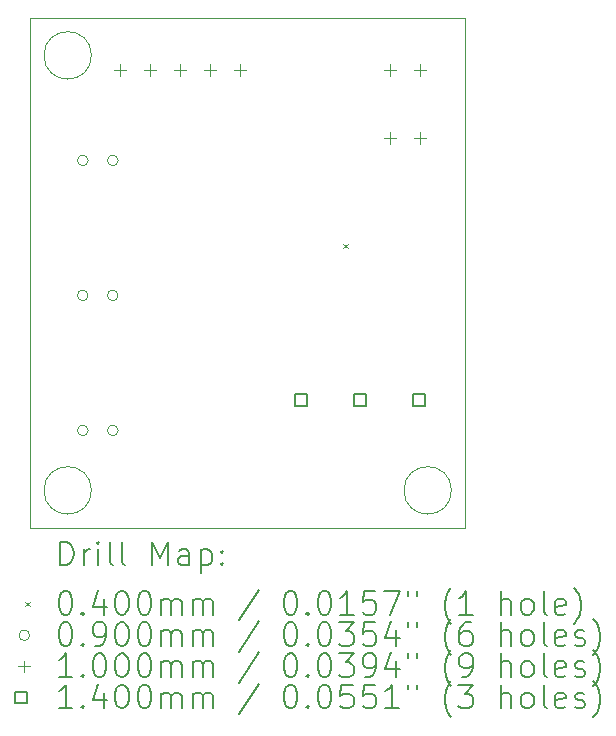
<source format=gbr>
%TF.GenerationSoftware,KiCad,Pcbnew,(6.0.9)*%
%TF.CreationDate,2023-08-13T20:05:29-07:00*%
%TF.ProjectId,LED_and_Switch_board,4c45445f-616e-4645-9f53-77697463685f,rev?*%
%TF.SameCoordinates,Original*%
%TF.FileFunction,Drillmap*%
%TF.FilePolarity,Positive*%
%FSLAX45Y45*%
G04 Gerber Fmt 4.5, Leading zero omitted, Abs format (unit mm)*
G04 Created by KiCad (PCBNEW (6.0.9)) date 2023-08-13 20:05:29*
%MOMM*%
%LPD*%
G01*
G04 APERTURE LIST*
%ADD10C,0.100000*%
%ADD11C,0.200000*%
%ADD12C,0.040000*%
%ADD13C,0.090000*%
%ADD14C,0.140000*%
G04 APERTURE END LIST*
D10*
X16075805Y-12192000D02*
G75*
G03*
X16075805Y-12192000I-200805J0D01*
G01*
X13027805Y-12192000D02*
G75*
G03*
X13027805Y-12192000I-200805J0D01*
G01*
X13027805Y-8509000D02*
G75*
G03*
X13027805Y-8509000I-200805J0D01*
G01*
X16192500Y-12509500D02*
X12509500Y-12509500D01*
X16192500Y-8191500D02*
X16192500Y-12509500D01*
X12509500Y-8191500D02*
X16192500Y-8191500D01*
X12509500Y-12509500D02*
X12509500Y-8191500D01*
D11*
D12*
X15156500Y-10103550D02*
X15196500Y-10143550D01*
X15196500Y-10103550D02*
X15156500Y-10143550D01*
D13*
X12999000Y-10541000D02*
G75*
G03*
X12999000Y-10541000I-45000J0D01*
G01*
X12999500Y-9398000D02*
G75*
G03*
X12999500Y-9398000I-45000J0D01*
G01*
X12999500Y-11684000D02*
G75*
G03*
X12999500Y-11684000I-45000J0D01*
G01*
X13253000Y-10541000D02*
G75*
G03*
X13253000Y-10541000I-45000J0D01*
G01*
X13253500Y-9398000D02*
G75*
G03*
X13253500Y-9398000I-45000J0D01*
G01*
X13253500Y-11684000D02*
G75*
G03*
X13253500Y-11684000I-45000J0D01*
G01*
D10*
X13272000Y-8586000D02*
X13272000Y-8686000D01*
X13222000Y-8636000D02*
X13322000Y-8636000D01*
X13526000Y-8586000D02*
X13526000Y-8686000D01*
X13476000Y-8636000D02*
X13576000Y-8636000D01*
X13780000Y-8586000D02*
X13780000Y-8686000D01*
X13730000Y-8636000D02*
X13830000Y-8636000D01*
X14034000Y-8586000D02*
X14034000Y-8686000D01*
X13984000Y-8636000D02*
X14084000Y-8636000D01*
X14288000Y-8586000D02*
X14288000Y-8686000D01*
X14238000Y-8636000D02*
X14338000Y-8636000D01*
X15557500Y-8586000D02*
X15557500Y-8686000D01*
X15507500Y-8636000D02*
X15607500Y-8636000D01*
X15557500Y-9157500D02*
X15557500Y-9257500D01*
X15507500Y-9207500D02*
X15607500Y-9207500D01*
X15811500Y-8586000D02*
X15811500Y-8686000D01*
X15761500Y-8636000D02*
X15861500Y-8636000D01*
X15811500Y-9157500D02*
X15811500Y-9257500D01*
X15761500Y-9207500D02*
X15861500Y-9207500D01*
D14*
X14852998Y-11477498D02*
X14852998Y-11378502D01*
X14754002Y-11378502D01*
X14754002Y-11477498D01*
X14852998Y-11477498D01*
X15352998Y-11477498D02*
X15352998Y-11378502D01*
X15254002Y-11378502D01*
X15254002Y-11477498D01*
X15352998Y-11477498D01*
X15852998Y-11477498D02*
X15852998Y-11378502D01*
X15754002Y-11378502D01*
X15754002Y-11477498D01*
X15852998Y-11477498D01*
D11*
X12762119Y-12824976D02*
X12762119Y-12624976D01*
X12809738Y-12624976D01*
X12838309Y-12634500D01*
X12857357Y-12653548D01*
X12866881Y-12672595D01*
X12876405Y-12710690D01*
X12876405Y-12739262D01*
X12866881Y-12777357D01*
X12857357Y-12796405D01*
X12838309Y-12815452D01*
X12809738Y-12824976D01*
X12762119Y-12824976D01*
X12962119Y-12824976D02*
X12962119Y-12691643D01*
X12962119Y-12729738D02*
X12971643Y-12710690D01*
X12981167Y-12701167D01*
X13000214Y-12691643D01*
X13019262Y-12691643D01*
X13085928Y-12824976D02*
X13085928Y-12691643D01*
X13085928Y-12624976D02*
X13076405Y-12634500D01*
X13085928Y-12644024D01*
X13095452Y-12634500D01*
X13085928Y-12624976D01*
X13085928Y-12644024D01*
X13209738Y-12824976D02*
X13190690Y-12815452D01*
X13181167Y-12796405D01*
X13181167Y-12624976D01*
X13314500Y-12824976D02*
X13295452Y-12815452D01*
X13285928Y-12796405D01*
X13285928Y-12624976D01*
X13543071Y-12824976D02*
X13543071Y-12624976D01*
X13609738Y-12767833D01*
X13676405Y-12624976D01*
X13676405Y-12824976D01*
X13857357Y-12824976D02*
X13857357Y-12720214D01*
X13847833Y-12701167D01*
X13828786Y-12691643D01*
X13790690Y-12691643D01*
X13771643Y-12701167D01*
X13857357Y-12815452D02*
X13838309Y-12824976D01*
X13790690Y-12824976D01*
X13771643Y-12815452D01*
X13762119Y-12796405D01*
X13762119Y-12777357D01*
X13771643Y-12758309D01*
X13790690Y-12748786D01*
X13838309Y-12748786D01*
X13857357Y-12739262D01*
X13952595Y-12691643D02*
X13952595Y-12891643D01*
X13952595Y-12701167D02*
X13971643Y-12691643D01*
X14009738Y-12691643D01*
X14028786Y-12701167D01*
X14038309Y-12710690D01*
X14047833Y-12729738D01*
X14047833Y-12786881D01*
X14038309Y-12805928D01*
X14028786Y-12815452D01*
X14009738Y-12824976D01*
X13971643Y-12824976D01*
X13952595Y-12815452D01*
X14133548Y-12805928D02*
X14143071Y-12815452D01*
X14133548Y-12824976D01*
X14124024Y-12815452D01*
X14133548Y-12805928D01*
X14133548Y-12824976D01*
X14133548Y-12701167D02*
X14143071Y-12710690D01*
X14133548Y-12720214D01*
X14124024Y-12710690D01*
X14133548Y-12701167D01*
X14133548Y-12720214D01*
D12*
X12464500Y-13134500D02*
X12504500Y-13174500D01*
X12504500Y-13134500D02*
X12464500Y-13174500D01*
D11*
X12800214Y-13044976D02*
X12819262Y-13044976D01*
X12838309Y-13054500D01*
X12847833Y-13064024D01*
X12857357Y-13083071D01*
X12866881Y-13121167D01*
X12866881Y-13168786D01*
X12857357Y-13206881D01*
X12847833Y-13225928D01*
X12838309Y-13235452D01*
X12819262Y-13244976D01*
X12800214Y-13244976D01*
X12781167Y-13235452D01*
X12771643Y-13225928D01*
X12762119Y-13206881D01*
X12752595Y-13168786D01*
X12752595Y-13121167D01*
X12762119Y-13083071D01*
X12771643Y-13064024D01*
X12781167Y-13054500D01*
X12800214Y-13044976D01*
X12952595Y-13225928D02*
X12962119Y-13235452D01*
X12952595Y-13244976D01*
X12943071Y-13235452D01*
X12952595Y-13225928D01*
X12952595Y-13244976D01*
X13133548Y-13111643D02*
X13133548Y-13244976D01*
X13085928Y-13035452D02*
X13038309Y-13178309D01*
X13162119Y-13178309D01*
X13276405Y-13044976D02*
X13295452Y-13044976D01*
X13314500Y-13054500D01*
X13324024Y-13064024D01*
X13333548Y-13083071D01*
X13343071Y-13121167D01*
X13343071Y-13168786D01*
X13333548Y-13206881D01*
X13324024Y-13225928D01*
X13314500Y-13235452D01*
X13295452Y-13244976D01*
X13276405Y-13244976D01*
X13257357Y-13235452D01*
X13247833Y-13225928D01*
X13238309Y-13206881D01*
X13228786Y-13168786D01*
X13228786Y-13121167D01*
X13238309Y-13083071D01*
X13247833Y-13064024D01*
X13257357Y-13054500D01*
X13276405Y-13044976D01*
X13466881Y-13044976D02*
X13485928Y-13044976D01*
X13504976Y-13054500D01*
X13514500Y-13064024D01*
X13524024Y-13083071D01*
X13533548Y-13121167D01*
X13533548Y-13168786D01*
X13524024Y-13206881D01*
X13514500Y-13225928D01*
X13504976Y-13235452D01*
X13485928Y-13244976D01*
X13466881Y-13244976D01*
X13447833Y-13235452D01*
X13438309Y-13225928D01*
X13428786Y-13206881D01*
X13419262Y-13168786D01*
X13419262Y-13121167D01*
X13428786Y-13083071D01*
X13438309Y-13064024D01*
X13447833Y-13054500D01*
X13466881Y-13044976D01*
X13619262Y-13244976D02*
X13619262Y-13111643D01*
X13619262Y-13130690D02*
X13628786Y-13121167D01*
X13647833Y-13111643D01*
X13676405Y-13111643D01*
X13695452Y-13121167D01*
X13704976Y-13140214D01*
X13704976Y-13244976D01*
X13704976Y-13140214D02*
X13714500Y-13121167D01*
X13733548Y-13111643D01*
X13762119Y-13111643D01*
X13781167Y-13121167D01*
X13790690Y-13140214D01*
X13790690Y-13244976D01*
X13885928Y-13244976D02*
X13885928Y-13111643D01*
X13885928Y-13130690D02*
X13895452Y-13121167D01*
X13914500Y-13111643D01*
X13943071Y-13111643D01*
X13962119Y-13121167D01*
X13971643Y-13140214D01*
X13971643Y-13244976D01*
X13971643Y-13140214D02*
X13981167Y-13121167D01*
X14000214Y-13111643D01*
X14028786Y-13111643D01*
X14047833Y-13121167D01*
X14057357Y-13140214D01*
X14057357Y-13244976D01*
X14447833Y-13035452D02*
X14276405Y-13292595D01*
X14704976Y-13044976D02*
X14724024Y-13044976D01*
X14743071Y-13054500D01*
X14752595Y-13064024D01*
X14762119Y-13083071D01*
X14771643Y-13121167D01*
X14771643Y-13168786D01*
X14762119Y-13206881D01*
X14752595Y-13225928D01*
X14743071Y-13235452D01*
X14724024Y-13244976D01*
X14704976Y-13244976D01*
X14685928Y-13235452D01*
X14676405Y-13225928D01*
X14666881Y-13206881D01*
X14657357Y-13168786D01*
X14657357Y-13121167D01*
X14666881Y-13083071D01*
X14676405Y-13064024D01*
X14685928Y-13054500D01*
X14704976Y-13044976D01*
X14857357Y-13225928D02*
X14866881Y-13235452D01*
X14857357Y-13244976D01*
X14847833Y-13235452D01*
X14857357Y-13225928D01*
X14857357Y-13244976D01*
X14990690Y-13044976D02*
X15009738Y-13044976D01*
X15028786Y-13054500D01*
X15038309Y-13064024D01*
X15047833Y-13083071D01*
X15057357Y-13121167D01*
X15057357Y-13168786D01*
X15047833Y-13206881D01*
X15038309Y-13225928D01*
X15028786Y-13235452D01*
X15009738Y-13244976D01*
X14990690Y-13244976D01*
X14971643Y-13235452D01*
X14962119Y-13225928D01*
X14952595Y-13206881D01*
X14943071Y-13168786D01*
X14943071Y-13121167D01*
X14952595Y-13083071D01*
X14962119Y-13064024D01*
X14971643Y-13054500D01*
X14990690Y-13044976D01*
X15247833Y-13244976D02*
X15133548Y-13244976D01*
X15190690Y-13244976D02*
X15190690Y-13044976D01*
X15171643Y-13073548D01*
X15152595Y-13092595D01*
X15133548Y-13102119D01*
X15428786Y-13044976D02*
X15333548Y-13044976D01*
X15324024Y-13140214D01*
X15333548Y-13130690D01*
X15352595Y-13121167D01*
X15400214Y-13121167D01*
X15419262Y-13130690D01*
X15428786Y-13140214D01*
X15438309Y-13159262D01*
X15438309Y-13206881D01*
X15428786Y-13225928D01*
X15419262Y-13235452D01*
X15400214Y-13244976D01*
X15352595Y-13244976D01*
X15333548Y-13235452D01*
X15324024Y-13225928D01*
X15504976Y-13044976D02*
X15638309Y-13044976D01*
X15552595Y-13244976D01*
X15704976Y-13044976D02*
X15704976Y-13083071D01*
X15781167Y-13044976D02*
X15781167Y-13083071D01*
X16076405Y-13321167D02*
X16066881Y-13311643D01*
X16047833Y-13283071D01*
X16038309Y-13264024D01*
X16028786Y-13235452D01*
X16019262Y-13187833D01*
X16019262Y-13149738D01*
X16028786Y-13102119D01*
X16038309Y-13073548D01*
X16047833Y-13054500D01*
X16066881Y-13025928D01*
X16076405Y-13016405D01*
X16257357Y-13244976D02*
X16143071Y-13244976D01*
X16200214Y-13244976D02*
X16200214Y-13044976D01*
X16181167Y-13073548D01*
X16162119Y-13092595D01*
X16143071Y-13102119D01*
X16495452Y-13244976D02*
X16495452Y-13044976D01*
X16581167Y-13244976D02*
X16581167Y-13140214D01*
X16571643Y-13121167D01*
X16552595Y-13111643D01*
X16524024Y-13111643D01*
X16504976Y-13121167D01*
X16495452Y-13130690D01*
X16704976Y-13244976D02*
X16685928Y-13235452D01*
X16676405Y-13225928D01*
X16666881Y-13206881D01*
X16666881Y-13149738D01*
X16676405Y-13130690D01*
X16685928Y-13121167D01*
X16704976Y-13111643D01*
X16733548Y-13111643D01*
X16752595Y-13121167D01*
X16762119Y-13130690D01*
X16771643Y-13149738D01*
X16771643Y-13206881D01*
X16762119Y-13225928D01*
X16752595Y-13235452D01*
X16733548Y-13244976D01*
X16704976Y-13244976D01*
X16885929Y-13244976D02*
X16866881Y-13235452D01*
X16857357Y-13216405D01*
X16857357Y-13044976D01*
X17038310Y-13235452D02*
X17019262Y-13244976D01*
X16981167Y-13244976D01*
X16962119Y-13235452D01*
X16952595Y-13216405D01*
X16952595Y-13140214D01*
X16962119Y-13121167D01*
X16981167Y-13111643D01*
X17019262Y-13111643D01*
X17038310Y-13121167D01*
X17047833Y-13140214D01*
X17047833Y-13159262D01*
X16952595Y-13178309D01*
X17114500Y-13321167D02*
X17124024Y-13311643D01*
X17143071Y-13283071D01*
X17152595Y-13264024D01*
X17162119Y-13235452D01*
X17171643Y-13187833D01*
X17171643Y-13149738D01*
X17162119Y-13102119D01*
X17152595Y-13073548D01*
X17143071Y-13054500D01*
X17124024Y-13025928D01*
X17114500Y-13016405D01*
D13*
X12504500Y-13418500D02*
G75*
G03*
X12504500Y-13418500I-45000J0D01*
G01*
D11*
X12800214Y-13308976D02*
X12819262Y-13308976D01*
X12838309Y-13318500D01*
X12847833Y-13328024D01*
X12857357Y-13347071D01*
X12866881Y-13385167D01*
X12866881Y-13432786D01*
X12857357Y-13470881D01*
X12847833Y-13489928D01*
X12838309Y-13499452D01*
X12819262Y-13508976D01*
X12800214Y-13508976D01*
X12781167Y-13499452D01*
X12771643Y-13489928D01*
X12762119Y-13470881D01*
X12752595Y-13432786D01*
X12752595Y-13385167D01*
X12762119Y-13347071D01*
X12771643Y-13328024D01*
X12781167Y-13318500D01*
X12800214Y-13308976D01*
X12952595Y-13489928D02*
X12962119Y-13499452D01*
X12952595Y-13508976D01*
X12943071Y-13499452D01*
X12952595Y-13489928D01*
X12952595Y-13508976D01*
X13057357Y-13508976D02*
X13095452Y-13508976D01*
X13114500Y-13499452D01*
X13124024Y-13489928D01*
X13143071Y-13461357D01*
X13152595Y-13423262D01*
X13152595Y-13347071D01*
X13143071Y-13328024D01*
X13133548Y-13318500D01*
X13114500Y-13308976D01*
X13076405Y-13308976D01*
X13057357Y-13318500D01*
X13047833Y-13328024D01*
X13038309Y-13347071D01*
X13038309Y-13394690D01*
X13047833Y-13413738D01*
X13057357Y-13423262D01*
X13076405Y-13432786D01*
X13114500Y-13432786D01*
X13133548Y-13423262D01*
X13143071Y-13413738D01*
X13152595Y-13394690D01*
X13276405Y-13308976D02*
X13295452Y-13308976D01*
X13314500Y-13318500D01*
X13324024Y-13328024D01*
X13333548Y-13347071D01*
X13343071Y-13385167D01*
X13343071Y-13432786D01*
X13333548Y-13470881D01*
X13324024Y-13489928D01*
X13314500Y-13499452D01*
X13295452Y-13508976D01*
X13276405Y-13508976D01*
X13257357Y-13499452D01*
X13247833Y-13489928D01*
X13238309Y-13470881D01*
X13228786Y-13432786D01*
X13228786Y-13385167D01*
X13238309Y-13347071D01*
X13247833Y-13328024D01*
X13257357Y-13318500D01*
X13276405Y-13308976D01*
X13466881Y-13308976D02*
X13485928Y-13308976D01*
X13504976Y-13318500D01*
X13514500Y-13328024D01*
X13524024Y-13347071D01*
X13533548Y-13385167D01*
X13533548Y-13432786D01*
X13524024Y-13470881D01*
X13514500Y-13489928D01*
X13504976Y-13499452D01*
X13485928Y-13508976D01*
X13466881Y-13508976D01*
X13447833Y-13499452D01*
X13438309Y-13489928D01*
X13428786Y-13470881D01*
X13419262Y-13432786D01*
X13419262Y-13385167D01*
X13428786Y-13347071D01*
X13438309Y-13328024D01*
X13447833Y-13318500D01*
X13466881Y-13308976D01*
X13619262Y-13508976D02*
X13619262Y-13375643D01*
X13619262Y-13394690D02*
X13628786Y-13385167D01*
X13647833Y-13375643D01*
X13676405Y-13375643D01*
X13695452Y-13385167D01*
X13704976Y-13404214D01*
X13704976Y-13508976D01*
X13704976Y-13404214D02*
X13714500Y-13385167D01*
X13733548Y-13375643D01*
X13762119Y-13375643D01*
X13781167Y-13385167D01*
X13790690Y-13404214D01*
X13790690Y-13508976D01*
X13885928Y-13508976D02*
X13885928Y-13375643D01*
X13885928Y-13394690D02*
X13895452Y-13385167D01*
X13914500Y-13375643D01*
X13943071Y-13375643D01*
X13962119Y-13385167D01*
X13971643Y-13404214D01*
X13971643Y-13508976D01*
X13971643Y-13404214D02*
X13981167Y-13385167D01*
X14000214Y-13375643D01*
X14028786Y-13375643D01*
X14047833Y-13385167D01*
X14057357Y-13404214D01*
X14057357Y-13508976D01*
X14447833Y-13299452D02*
X14276405Y-13556595D01*
X14704976Y-13308976D02*
X14724024Y-13308976D01*
X14743071Y-13318500D01*
X14752595Y-13328024D01*
X14762119Y-13347071D01*
X14771643Y-13385167D01*
X14771643Y-13432786D01*
X14762119Y-13470881D01*
X14752595Y-13489928D01*
X14743071Y-13499452D01*
X14724024Y-13508976D01*
X14704976Y-13508976D01*
X14685928Y-13499452D01*
X14676405Y-13489928D01*
X14666881Y-13470881D01*
X14657357Y-13432786D01*
X14657357Y-13385167D01*
X14666881Y-13347071D01*
X14676405Y-13328024D01*
X14685928Y-13318500D01*
X14704976Y-13308976D01*
X14857357Y-13489928D02*
X14866881Y-13499452D01*
X14857357Y-13508976D01*
X14847833Y-13499452D01*
X14857357Y-13489928D01*
X14857357Y-13508976D01*
X14990690Y-13308976D02*
X15009738Y-13308976D01*
X15028786Y-13318500D01*
X15038309Y-13328024D01*
X15047833Y-13347071D01*
X15057357Y-13385167D01*
X15057357Y-13432786D01*
X15047833Y-13470881D01*
X15038309Y-13489928D01*
X15028786Y-13499452D01*
X15009738Y-13508976D01*
X14990690Y-13508976D01*
X14971643Y-13499452D01*
X14962119Y-13489928D01*
X14952595Y-13470881D01*
X14943071Y-13432786D01*
X14943071Y-13385167D01*
X14952595Y-13347071D01*
X14962119Y-13328024D01*
X14971643Y-13318500D01*
X14990690Y-13308976D01*
X15124024Y-13308976D02*
X15247833Y-13308976D01*
X15181167Y-13385167D01*
X15209738Y-13385167D01*
X15228786Y-13394690D01*
X15238309Y-13404214D01*
X15247833Y-13423262D01*
X15247833Y-13470881D01*
X15238309Y-13489928D01*
X15228786Y-13499452D01*
X15209738Y-13508976D01*
X15152595Y-13508976D01*
X15133548Y-13499452D01*
X15124024Y-13489928D01*
X15428786Y-13308976D02*
X15333548Y-13308976D01*
X15324024Y-13404214D01*
X15333548Y-13394690D01*
X15352595Y-13385167D01*
X15400214Y-13385167D01*
X15419262Y-13394690D01*
X15428786Y-13404214D01*
X15438309Y-13423262D01*
X15438309Y-13470881D01*
X15428786Y-13489928D01*
X15419262Y-13499452D01*
X15400214Y-13508976D01*
X15352595Y-13508976D01*
X15333548Y-13499452D01*
X15324024Y-13489928D01*
X15609738Y-13375643D02*
X15609738Y-13508976D01*
X15562119Y-13299452D02*
X15514500Y-13442309D01*
X15638309Y-13442309D01*
X15704976Y-13308976D02*
X15704976Y-13347071D01*
X15781167Y-13308976D02*
X15781167Y-13347071D01*
X16076405Y-13585167D02*
X16066881Y-13575643D01*
X16047833Y-13547071D01*
X16038309Y-13528024D01*
X16028786Y-13499452D01*
X16019262Y-13451833D01*
X16019262Y-13413738D01*
X16028786Y-13366119D01*
X16038309Y-13337548D01*
X16047833Y-13318500D01*
X16066881Y-13289928D01*
X16076405Y-13280405D01*
X16238309Y-13308976D02*
X16200214Y-13308976D01*
X16181167Y-13318500D01*
X16171643Y-13328024D01*
X16152595Y-13356595D01*
X16143071Y-13394690D01*
X16143071Y-13470881D01*
X16152595Y-13489928D01*
X16162119Y-13499452D01*
X16181167Y-13508976D01*
X16219262Y-13508976D01*
X16238309Y-13499452D01*
X16247833Y-13489928D01*
X16257357Y-13470881D01*
X16257357Y-13423262D01*
X16247833Y-13404214D01*
X16238309Y-13394690D01*
X16219262Y-13385167D01*
X16181167Y-13385167D01*
X16162119Y-13394690D01*
X16152595Y-13404214D01*
X16143071Y-13423262D01*
X16495452Y-13508976D02*
X16495452Y-13308976D01*
X16581167Y-13508976D02*
X16581167Y-13404214D01*
X16571643Y-13385167D01*
X16552595Y-13375643D01*
X16524024Y-13375643D01*
X16504976Y-13385167D01*
X16495452Y-13394690D01*
X16704976Y-13508976D02*
X16685928Y-13499452D01*
X16676405Y-13489928D01*
X16666881Y-13470881D01*
X16666881Y-13413738D01*
X16676405Y-13394690D01*
X16685928Y-13385167D01*
X16704976Y-13375643D01*
X16733548Y-13375643D01*
X16752595Y-13385167D01*
X16762119Y-13394690D01*
X16771643Y-13413738D01*
X16771643Y-13470881D01*
X16762119Y-13489928D01*
X16752595Y-13499452D01*
X16733548Y-13508976D01*
X16704976Y-13508976D01*
X16885929Y-13508976D02*
X16866881Y-13499452D01*
X16857357Y-13480405D01*
X16857357Y-13308976D01*
X17038310Y-13499452D02*
X17019262Y-13508976D01*
X16981167Y-13508976D01*
X16962119Y-13499452D01*
X16952595Y-13480405D01*
X16952595Y-13404214D01*
X16962119Y-13385167D01*
X16981167Y-13375643D01*
X17019262Y-13375643D01*
X17038310Y-13385167D01*
X17047833Y-13404214D01*
X17047833Y-13423262D01*
X16952595Y-13442309D01*
X17124024Y-13499452D02*
X17143071Y-13508976D01*
X17181167Y-13508976D01*
X17200214Y-13499452D01*
X17209738Y-13480405D01*
X17209738Y-13470881D01*
X17200214Y-13451833D01*
X17181167Y-13442309D01*
X17152595Y-13442309D01*
X17133548Y-13432786D01*
X17124024Y-13413738D01*
X17124024Y-13404214D01*
X17133548Y-13385167D01*
X17152595Y-13375643D01*
X17181167Y-13375643D01*
X17200214Y-13385167D01*
X17276405Y-13585167D02*
X17285929Y-13575643D01*
X17304976Y-13547071D01*
X17314500Y-13528024D01*
X17324024Y-13499452D01*
X17333548Y-13451833D01*
X17333548Y-13413738D01*
X17324024Y-13366119D01*
X17314500Y-13337548D01*
X17304976Y-13318500D01*
X17285929Y-13289928D01*
X17276405Y-13280405D01*
D10*
X12454500Y-13632500D02*
X12454500Y-13732500D01*
X12404500Y-13682500D02*
X12504500Y-13682500D01*
D11*
X12866881Y-13772976D02*
X12752595Y-13772976D01*
X12809738Y-13772976D02*
X12809738Y-13572976D01*
X12790690Y-13601548D01*
X12771643Y-13620595D01*
X12752595Y-13630119D01*
X12952595Y-13753928D02*
X12962119Y-13763452D01*
X12952595Y-13772976D01*
X12943071Y-13763452D01*
X12952595Y-13753928D01*
X12952595Y-13772976D01*
X13085928Y-13572976D02*
X13104976Y-13572976D01*
X13124024Y-13582500D01*
X13133548Y-13592024D01*
X13143071Y-13611071D01*
X13152595Y-13649167D01*
X13152595Y-13696786D01*
X13143071Y-13734881D01*
X13133548Y-13753928D01*
X13124024Y-13763452D01*
X13104976Y-13772976D01*
X13085928Y-13772976D01*
X13066881Y-13763452D01*
X13057357Y-13753928D01*
X13047833Y-13734881D01*
X13038309Y-13696786D01*
X13038309Y-13649167D01*
X13047833Y-13611071D01*
X13057357Y-13592024D01*
X13066881Y-13582500D01*
X13085928Y-13572976D01*
X13276405Y-13572976D02*
X13295452Y-13572976D01*
X13314500Y-13582500D01*
X13324024Y-13592024D01*
X13333548Y-13611071D01*
X13343071Y-13649167D01*
X13343071Y-13696786D01*
X13333548Y-13734881D01*
X13324024Y-13753928D01*
X13314500Y-13763452D01*
X13295452Y-13772976D01*
X13276405Y-13772976D01*
X13257357Y-13763452D01*
X13247833Y-13753928D01*
X13238309Y-13734881D01*
X13228786Y-13696786D01*
X13228786Y-13649167D01*
X13238309Y-13611071D01*
X13247833Y-13592024D01*
X13257357Y-13582500D01*
X13276405Y-13572976D01*
X13466881Y-13572976D02*
X13485928Y-13572976D01*
X13504976Y-13582500D01*
X13514500Y-13592024D01*
X13524024Y-13611071D01*
X13533548Y-13649167D01*
X13533548Y-13696786D01*
X13524024Y-13734881D01*
X13514500Y-13753928D01*
X13504976Y-13763452D01*
X13485928Y-13772976D01*
X13466881Y-13772976D01*
X13447833Y-13763452D01*
X13438309Y-13753928D01*
X13428786Y-13734881D01*
X13419262Y-13696786D01*
X13419262Y-13649167D01*
X13428786Y-13611071D01*
X13438309Y-13592024D01*
X13447833Y-13582500D01*
X13466881Y-13572976D01*
X13619262Y-13772976D02*
X13619262Y-13639643D01*
X13619262Y-13658690D02*
X13628786Y-13649167D01*
X13647833Y-13639643D01*
X13676405Y-13639643D01*
X13695452Y-13649167D01*
X13704976Y-13668214D01*
X13704976Y-13772976D01*
X13704976Y-13668214D02*
X13714500Y-13649167D01*
X13733548Y-13639643D01*
X13762119Y-13639643D01*
X13781167Y-13649167D01*
X13790690Y-13668214D01*
X13790690Y-13772976D01*
X13885928Y-13772976D02*
X13885928Y-13639643D01*
X13885928Y-13658690D02*
X13895452Y-13649167D01*
X13914500Y-13639643D01*
X13943071Y-13639643D01*
X13962119Y-13649167D01*
X13971643Y-13668214D01*
X13971643Y-13772976D01*
X13971643Y-13668214D02*
X13981167Y-13649167D01*
X14000214Y-13639643D01*
X14028786Y-13639643D01*
X14047833Y-13649167D01*
X14057357Y-13668214D01*
X14057357Y-13772976D01*
X14447833Y-13563452D02*
X14276405Y-13820595D01*
X14704976Y-13572976D02*
X14724024Y-13572976D01*
X14743071Y-13582500D01*
X14752595Y-13592024D01*
X14762119Y-13611071D01*
X14771643Y-13649167D01*
X14771643Y-13696786D01*
X14762119Y-13734881D01*
X14752595Y-13753928D01*
X14743071Y-13763452D01*
X14724024Y-13772976D01*
X14704976Y-13772976D01*
X14685928Y-13763452D01*
X14676405Y-13753928D01*
X14666881Y-13734881D01*
X14657357Y-13696786D01*
X14657357Y-13649167D01*
X14666881Y-13611071D01*
X14676405Y-13592024D01*
X14685928Y-13582500D01*
X14704976Y-13572976D01*
X14857357Y-13753928D02*
X14866881Y-13763452D01*
X14857357Y-13772976D01*
X14847833Y-13763452D01*
X14857357Y-13753928D01*
X14857357Y-13772976D01*
X14990690Y-13572976D02*
X15009738Y-13572976D01*
X15028786Y-13582500D01*
X15038309Y-13592024D01*
X15047833Y-13611071D01*
X15057357Y-13649167D01*
X15057357Y-13696786D01*
X15047833Y-13734881D01*
X15038309Y-13753928D01*
X15028786Y-13763452D01*
X15009738Y-13772976D01*
X14990690Y-13772976D01*
X14971643Y-13763452D01*
X14962119Y-13753928D01*
X14952595Y-13734881D01*
X14943071Y-13696786D01*
X14943071Y-13649167D01*
X14952595Y-13611071D01*
X14962119Y-13592024D01*
X14971643Y-13582500D01*
X14990690Y-13572976D01*
X15124024Y-13572976D02*
X15247833Y-13572976D01*
X15181167Y-13649167D01*
X15209738Y-13649167D01*
X15228786Y-13658690D01*
X15238309Y-13668214D01*
X15247833Y-13687262D01*
X15247833Y-13734881D01*
X15238309Y-13753928D01*
X15228786Y-13763452D01*
X15209738Y-13772976D01*
X15152595Y-13772976D01*
X15133548Y-13763452D01*
X15124024Y-13753928D01*
X15343071Y-13772976D02*
X15381167Y-13772976D01*
X15400214Y-13763452D01*
X15409738Y-13753928D01*
X15428786Y-13725357D01*
X15438309Y-13687262D01*
X15438309Y-13611071D01*
X15428786Y-13592024D01*
X15419262Y-13582500D01*
X15400214Y-13572976D01*
X15362119Y-13572976D01*
X15343071Y-13582500D01*
X15333548Y-13592024D01*
X15324024Y-13611071D01*
X15324024Y-13658690D01*
X15333548Y-13677738D01*
X15343071Y-13687262D01*
X15362119Y-13696786D01*
X15400214Y-13696786D01*
X15419262Y-13687262D01*
X15428786Y-13677738D01*
X15438309Y-13658690D01*
X15609738Y-13639643D02*
X15609738Y-13772976D01*
X15562119Y-13563452D02*
X15514500Y-13706309D01*
X15638309Y-13706309D01*
X15704976Y-13572976D02*
X15704976Y-13611071D01*
X15781167Y-13572976D02*
X15781167Y-13611071D01*
X16076405Y-13849167D02*
X16066881Y-13839643D01*
X16047833Y-13811071D01*
X16038309Y-13792024D01*
X16028786Y-13763452D01*
X16019262Y-13715833D01*
X16019262Y-13677738D01*
X16028786Y-13630119D01*
X16038309Y-13601548D01*
X16047833Y-13582500D01*
X16066881Y-13553928D01*
X16076405Y-13544405D01*
X16162119Y-13772976D02*
X16200214Y-13772976D01*
X16219262Y-13763452D01*
X16228786Y-13753928D01*
X16247833Y-13725357D01*
X16257357Y-13687262D01*
X16257357Y-13611071D01*
X16247833Y-13592024D01*
X16238309Y-13582500D01*
X16219262Y-13572976D01*
X16181167Y-13572976D01*
X16162119Y-13582500D01*
X16152595Y-13592024D01*
X16143071Y-13611071D01*
X16143071Y-13658690D01*
X16152595Y-13677738D01*
X16162119Y-13687262D01*
X16181167Y-13696786D01*
X16219262Y-13696786D01*
X16238309Y-13687262D01*
X16247833Y-13677738D01*
X16257357Y-13658690D01*
X16495452Y-13772976D02*
X16495452Y-13572976D01*
X16581167Y-13772976D02*
X16581167Y-13668214D01*
X16571643Y-13649167D01*
X16552595Y-13639643D01*
X16524024Y-13639643D01*
X16504976Y-13649167D01*
X16495452Y-13658690D01*
X16704976Y-13772976D02*
X16685928Y-13763452D01*
X16676405Y-13753928D01*
X16666881Y-13734881D01*
X16666881Y-13677738D01*
X16676405Y-13658690D01*
X16685928Y-13649167D01*
X16704976Y-13639643D01*
X16733548Y-13639643D01*
X16752595Y-13649167D01*
X16762119Y-13658690D01*
X16771643Y-13677738D01*
X16771643Y-13734881D01*
X16762119Y-13753928D01*
X16752595Y-13763452D01*
X16733548Y-13772976D01*
X16704976Y-13772976D01*
X16885929Y-13772976D02*
X16866881Y-13763452D01*
X16857357Y-13744405D01*
X16857357Y-13572976D01*
X17038310Y-13763452D02*
X17019262Y-13772976D01*
X16981167Y-13772976D01*
X16962119Y-13763452D01*
X16952595Y-13744405D01*
X16952595Y-13668214D01*
X16962119Y-13649167D01*
X16981167Y-13639643D01*
X17019262Y-13639643D01*
X17038310Y-13649167D01*
X17047833Y-13668214D01*
X17047833Y-13687262D01*
X16952595Y-13706309D01*
X17124024Y-13763452D02*
X17143071Y-13772976D01*
X17181167Y-13772976D01*
X17200214Y-13763452D01*
X17209738Y-13744405D01*
X17209738Y-13734881D01*
X17200214Y-13715833D01*
X17181167Y-13706309D01*
X17152595Y-13706309D01*
X17133548Y-13696786D01*
X17124024Y-13677738D01*
X17124024Y-13668214D01*
X17133548Y-13649167D01*
X17152595Y-13639643D01*
X17181167Y-13639643D01*
X17200214Y-13649167D01*
X17276405Y-13849167D02*
X17285929Y-13839643D01*
X17304976Y-13811071D01*
X17314500Y-13792024D01*
X17324024Y-13763452D01*
X17333548Y-13715833D01*
X17333548Y-13677738D01*
X17324024Y-13630119D01*
X17314500Y-13601548D01*
X17304976Y-13582500D01*
X17285929Y-13553928D01*
X17276405Y-13544405D01*
D14*
X12483998Y-13995998D02*
X12483998Y-13897002D01*
X12385002Y-13897002D01*
X12385002Y-13995998D01*
X12483998Y-13995998D01*
D11*
X12866881Y-14036976D02*
X12752595Y-14036976D01*
X12809738Y-14036976D02*
X12809738Y-13836976D01*
X12790690Y-13865548D01*
X12771643Y-13884595D01*
X12752595Y-13894119D01*
X12952595Y-14017928D02*
X12962119Y-14027452D01*
X12952595Y-14036976D01*
X12943071Y-14027452D01*
X12952595Y-14017928D01*
X12952595Y-14036976D01*
X13133548Y-13903643D02*
X13133548Y-14036976D01*
X13085928Y-13827452D02*
X13038309Y-13970309D01*
X13162119Y-13970309D01*
X13276405Y-13836976D02*
X13295452Y-13836976D01*
X13314500Y-13846500D01*
X13324024Y-13856024D01*
X13333548Y-13875071D01*
X13343071Y-13913167D01*
X13343071Y-13960786D01*
X13333548Y-13998881D01*
X13324024Y-14017928D01*
X13314500Y-14027452D01*
X13295452Y-14036976D01*
X13276405Y-14036976D01*
X13257357Y-14027452D01*
X13247833Y-14017928D01*
X13238309Y-13998881D01*
X13228786Y-13960786D01*
X13228786Y-13913167D01*
X13238309Y-13875071D01*
X13247833Y-13856024D01*
X13257357Y-13846500D01*
X13276405Y-13836976D01*
X13466881Y-13836976D02*
X13485928Y-13836976D01*
X13504976Y-13846500D01*
X13514500Y-13856024D01*
X13524024Y-13875071D01*
X13533548Y-13913167D01*
X13533548Y-13960786D01*
X13524024Y-13998881D01*
X13514500Y-14017928D01*
X13504976Y-14027452D01*
X13485928Y-14036976D01*
X13466881Y-14036976D01*
X13447833Y-14027452D01*
X13438309Y-14017928D01*
X13428786Y-13998881D01*
X13419262Y-13960786D01*
X13419262Y-13913167D01*
X13428786Y-13875071D01*
X13438309Y-13856024D01*
X13447833Y-13846500D01*
X13466881Y-13836976D01*
X13619262Y-14036976D02*
X13619262Y-13903643D01*
X13619262Y-13922690D02*
X13628786Y-13913167D01*
X13647833Y-13903643D01*
X13676405Y-13903643D01*
X13695452Y-13913167D01*
X13704976Y-13932214D01*
X13704976Y-14036976D01*
X13704976Y-13932214D02*
X13714500Y-13913167D01*
X13733548Y-13903643D01*
X13762119Y-13903643D01*
X13781167Y-13913167D01*
X13790690Y-13932214D01*
X13790690Y-14036976D01*
X13885928Y-14036976D02*
X13885928Y-13903643D01*
X13885928Y-13922690D02*
X13895452Y-13913167D01*
X13914500Y-13903643D01*
X13943071Y-13903643D01*
X13962119Y-13913167D01*
X13971643Y-13932214D01*
X13971643Y-14036976D01*
X13971643Y-13932214D02*
X13981167Y-13913167D01*
X14000214Y-13903643D01*
X14028786Y-13903643D01*
X14047833Y-13913167D01*
X14057357Y-13932214D01*
X14057357Y-14036976D01*
X14447833Y-13827452D02*
X14276405Y-14084595D01*
X14704976Y-13836976D02*
X14724024Y-13836976D01*
X14743071Y-13846500D01*
X14752595Y-13856024D01*
X14762119Y-13875071D01*
X14771643Y-13913167D01*
X14771643Y-13960786D01*
X14762119Y-13998881D01*
X14752595Y-14017928D01*
X14743071Y-14027452D01*
X14724024Y-14036976D01*
X14704976Y-14036976D01*
X14685928Y-14027452D01*
X14676405Y-14017928D01*
X14666881Y-13998881D01*
X14657357Y-13960786D01*
X14657357Y-13913167D01*
X14666881Y-13875071D01*
X14676405Y-13856024D01*
X14685928Y-13846500D01*
X14704976Y-13836976D01*
X14857357Y-14017928D02*
X14866881Y-14027452D01*
X14857357Y-14036976D01*
X14847833Y-14027452D01*
X14857357Y-14017928D01*
X14857357Y-14036976D01*
X14990690Y-13836976D02*
X15009738Y-13836976D01*
X15028786Y-13846500D01*
X15038309Y-13856024D01*
X15047833Y-13875071D01*
X15057357Y-13913167D01*
X15057357Y-13960786D01*
X15047833Y-13998881D01*
X15038309Y-14017928D01*
X15028786Y-14027452D01*
X15009738Y-14036976D01*
X14990690Y-14036976D01*
X14971643Y-14027452D01*
X14962119Y-14017928D01*
X14952595Y-13998881D01*
X14943071Y-13960786D01*
X14943071Y-13913167D01*
X14952595Y-13875071D01*
X14962119Y-13856024D01*
X14971643Y-13846500D01*
X14990690Y-13836976D01*
X15238309Y-13836976D02*
X15143071Y-13836976D01*
X15133548Y-13932214D01*
X15143071Y-13922690D01*
X15162119Y-13913167D01*
X15209738Y-13913167D01*
X15228786Y-13922690D01*
X15238309Y-13932214D01*
X15247833Y-13951262D01*
X15247833Y-13998881D01*
X15238309Y-14017928D01*
X15228786Y-14027452D01*
X15209738Y-14036976D01*
X15162119Y-14036976D01*
X15143071Y-14027452D01*
X15133548Y-14017928D01*
X15428786Y-13836976D02*
X15333548Y-13836976D01*
X15324024Y-13932214D01*
X15333548Y-13922690D01*
X15352595Y-13913167D01*
X15400214Y-13913167D01*
X15419262Y-13922690D01*
X15428786Y-13932214D01*
X15438309Y-13951262D01*
X15438309Y-13998881D01*
X15428786Y-14017928D01*
X15419262Y-14027452D01*
X15400214Y-14036976D01*
X15352595Y-14036976D01*
X15333548Y-14027452D01*
X15324024Y-14017928D01*
X15628786Y-14036976D02*
X15514500Y-14036976D01*
X15571643Y-14036976D02*
X15571643Y-13836976D01*
X15552595Y-13865548D01*
X15533548Y-13884595D01*
X15514500Y-13894119D01*
X15704976Y-13836976D02*
X15704976Y-13875071D01*
X15781167Y-13836976D02*
X15781167Y-13875071D01*
X16076405Y-14113167D02*
X16066881Y-14103643D01*
X16047833Y-14075071D01*
X16038309Y-14056024D01*
X16028786Y-14027452D01*
X16019262Y-13979833D01*
X16019262Y-13941738D01*
X16028786Y-13894119D01*
X16038309Y-13865548D01*
X16047833Y-13846500D01*
X16066881Y-13817928D01*
X16076405Y-13808405D01*
X16133548Y-13836976D02*
X16257357Y-13836976D01*
X16190690Y-13913167D01*
X16219262Y-13913167D01*
X16238309Y-13922690D01*
X16247833Y-13932214D01*
X16257357Y-13951262D01*
X16257357Y-13998881D01*
X16247833Y-14017928D01*
X16238309Y-14027452D01*
X16219262Y-14036976D01*
X16162119Y-14036976D01*
X16143071Y-14027452D01*
X16133548Y-14017928D01*
X16495452Y-14036976D02*
X16495452Y-13836976D01*
X16581167Y-14036976D02*
X16581167Y-13932214D01*
X16571643Y-13913167D01*
X16552595Y-13903643D01*
X16524024Y-13903643D01*
X16504976Y-13913167D01*
X16495452Y-13922690D01*
X16704976Y-14036976D02*
X16685928Y-14027452D01*
X16676405Y-14017928D01*
X16666881Y-13998881D01*
X16666881Y-13941738D01*
X16676405Y-13922690D01*
X16685928Y-13913167D01*
X16704976Y-13903643D01*
X16733548Y-13903643D01*
X16752595Y-13913167D01*
X16762119Y-13922690D01*
X16771643Y-13941738D01*
X16771643Y-13998881D01*
X16762119Y-14017928D01*
X16752595Y-14027452D01*
X16733548Y-14036976D01*
X16704976Y-14036976D01*
X16885929Y-14036976D02*
X16866881Y-14027452D01*
X16857357Y-14008405D01*
X16857357Y-13836976D01*
X17038310Y-14027452D02*
X17019262Y-14036976D01*
X16981167Y-14036976D01*
X16962119Y-14027452D01*
X16952595Y-14008405D01*
X16952595Y-13932214D01*
X16962119Y-13913167D01*
X16981167Y-13903643D01*
X17019262Y-13903643D01*
X17038310Y-13913167D01*
X17047833Y-13932214D01*
X17047833Y-13951262D01*
X16952595Y-13970309D01*
X17124024Y-14027452D02*
X17143071Y-14036976D01*
X17181167Y-14036976D01*
X17200214Y-14027452D01*
X17209738Y-14008405D01*
X17209738Y-13998881D01*
X17200214Y-13979833D01*
X17181167Y-13970309D01*
X17152595Y-13970309D01*
X17133548Y-13960786D01*
X17124024Y-13941738D01*
X17124024Y-13932214D01*
X17133548Y-13913167D01*
X17152595Y-13903643D01*
X17181167Y-13903643D01*
X17200214Y-13913167D01*
X17276405Y-14113167D02*
X17285929Y-14103643D01*
X17304976Y-14075071D01*
X17314500Y-14056024D01*
X17324024Y-14027452D01*
X17333548Y-13979833D01*
X17333548Y-13941738D01*
X17324024Y-13894119D01*
X17314500Y-13865548D01*
X17304976Y-13846500D01*
X17285929Y-13817928D01*
X17276405Y-13808405D01*
M02*

</source>
